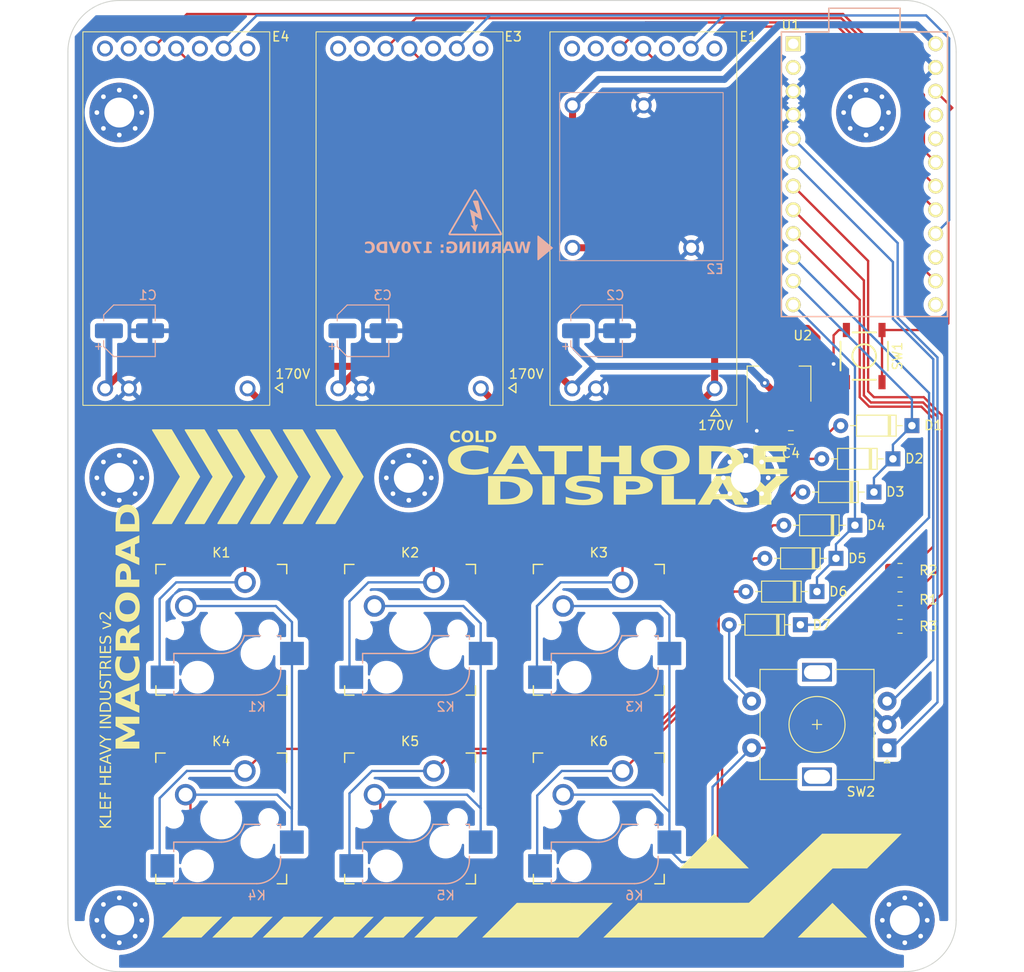
<source format=kicad_pcb>
(kicad_pcb (version 20221018) (generator pcbnew)
  (layers (0 "F.Cu" signal) (31 "B.Cu" signal) (34 "B.Paste" user) (35 "F.Paste" user) (36 "B.SilkS" user "B.Silkscreen") (37 "F.SilkS" user "F.Silkscreen") (38 "B.Mask" user) (39 "F.Mask" user) (44 "Edge.Cuts" user))
  (net 0 "")
  (net 1 "+3.3V")
  (net 2 "GND")
  (net 3 "VCC")
  (net 4 "/ROW2")
  (net 5 "Net-(D1-A)")
  (net 6 "Net-(D2-A)")
  (net 7 "Net-(D3-A)")
  (net 8 "/ROW3")
  (net 9 "Net-(D4-A)")
  (net 10 "Net-(D5-A)")
  (net 11 "Net-(D6-A)")
  (net 12 "/ROW1")
  (net 13 "Net-(D7-A)")
  (net 14 "PRI_HI")
  (net 16 "/SCK")
  (net 18 "/MOSI")
  (net 19 "/CS1")
  (net 24 "/CS2")
  (net 29 "/CS3")
  (net 32 "/COL1")
  (net 33 "/COL2")
  (net 34 "/COL3")
  (net 35 "/RST")
  (net 36 "/PAD_A")
  (net 37 "/PAD_B")
  (net 44 "Net-(K1-Pad2)")
  (net 45 "Net-(K2-Pad2)")
  (net 46 "Net-(K3-Pad2)")
  (footprint "exixe:exixe14" (layer "F.Cu") (at 92.48 68.2 180)
    (fp_text reference "E3")
    (fp_text value "~")
  )
  (footprint "keyswitches:Kailh_socket_MX_optional" (layer "F.Cu") (at 92.533 114.245)
    (fp_text reference "K5")
    (fp_text value "KEYSW")
  )
  (footprint "Diode_THT:D_DO-35_SOD27_P7.62mm_Horizontal" (layer "F.Cu") (at 134.309 93.511 180)
    (fp_text reference "D7")
    (fp_text value "1N4148" hide)
  )
  (footprint "Resistor_SMD:R_0805_2012Metric_Pad1.20x1.40mm_HandSolder" (layer "F.Cu") (at 144.977 90.729 180)
    (fp_text reference "R1")
    (fp_text value "470R")
  )
  (footprint "exixe:exixe14" (layer "F.Cu") (at 117.51 68.2 180)
    (fp_text reference "E1")
    (fp_text value "~")
  )
  (footprint "Resistor_SMD:R_0805_2012Metric_Pad1.20x1.40mm_HandSolder" (layer "F.Cu") (at 144.977 87.681 180)
    (fp_text reference "R2")
    (fp_text value "470R")
  )
  (footprint "Diode_THT:D_DO-35_SOD27_P7.62mm_Horizontal" (layer "F.Cu") (at 144.215 75.743 180)
    (fp_text reference "D2")
    (fp_text value "1N4148" hide)
  )
  (footprint "Package_TO_SOT_SMD:SOT-223-3_TabPin2" (layer "F.Cu") (at 132.023 67.717 90)
    (fp_text reference "U2")
    (fp_text value "LD1117S33TR_SOT223" hide)
  )
  (footprint "MountingHole:MountingHole_3.2mm_M3_Pad_Via" (layer "F.Cu") (at 128.467 77.775)
    (fp_text reference "REF**" hide)
    (fp_text value "MountingHole_3.2mm_M3_Pad_Via")
  )
  (footprint "MountingHole:MountingHole_3.2mm_M3_Pad_Via" (layer "F.Cu") (at 141.340056 38.659)
    (fp_text reference "REF**" hide)
    (fp_text value "MountingHole_3.2mm_M3_Pad_Via")
  )
  (footprint "exixe:exixe14" (layer "F.Cu") (at 67.52 68.2 180)
    (fp_text reference "E4")
    (fp_text value "~")
  )
  (footprint "MountingHole:MountingHole_3.2mm_M3_Pad_Via" (layer "F.Cu") (at 145.485 125.155)
    (fp_text reference "REF**" hide)
    (fp_text value "MountingHole_3.2mm_M3_Pad_Via")
  )
  (footprint "Capacitor_SMD:C_0805_2012Metric_Pad1.18x1.45mm_HandSolder" (layer "F.Cu") (at 133.293 73.457 180)
    (fp_text reference "C4")
    (fp_text value "0.1uF C" hide)
  )
  (footprint "MountingHole:MountingHole_3.2mm_M3_Pad_Via" (layer "F.Cu") (at 61.411 38.659)
    (fp_text reference "REF**" hide)
    (fp_text value "MountingHole_3.2mm_M3_Pad_Via")
  )
  (footprint "keyswitches:Kailh_socket_MX_optional" (layer "F.Cu") (at 72.319 114.245)
    (fp_text reference "K4")
    (fp_text value "KEYSW")
  )
  (footprint "keyswitches:Kailh_socket_MX_optional" (layer "F.Cu") (at 72.333 94.045)
    (fp_text reference "K1")
    (fp_text value "KEYSW")
  )
  (footprint "LOGO" (layer "F.Cu") (at 100.735 120.905 90)
    (fp_text reference "G***" hide)
    (fp_text value "LOGO" hide)
  )
  (footprint "Diode_THT:D_DO-35_SOD27_P7.62mm_Horizontal" (layer "F.Cu") (at 142.183 79.299 180)
    (fp_text reference "D3")
    (fp_text value "1N4148" hide)
  )
  (footprint "Switches:TACTILE_SWITCH_SMD_5.2MM" (layer "F.Cu") (at 141.141 64.737 -90)
    (fp_text reference "SW1")
    (fp_text value "SW_Push_Dual" hide)
  )
  (footprint "Diode_THT:D_DO-35_SOD27_P7.62mm_Horizontal" (layer "F.Cu") (at 146.247 72.187 180)
    (fp_text reference "D1")
    (fp_text value "1N4148" hide)
  )
  (footprint "MountingHole:MountingHole_3.2mm_M3_Pad_Via" (layer "F.Cu") (at 61.411 125.155)
    (fp_text reference "REF**" hide)
    (fp_text value "MountingHole_3.2mm_M3_Pad_Via")
  )
  (footprint "MountingHole:MountingHole_3.2mm_M3_Pad_Via" (layer "F.Cu") (at 92.399 77.775)
    (fp_text reference "REF**" hide)
    (fp_text value "MountingHole_3.2mm_M3_Pad_Via")
  )
  (footprint "Diode_THT:D_DO-35_SOD27_P7.62mm_Horizontal" (layer "F.Cu") (at 136.087 89.955 180)
    (fp_text reference "D6")
    (fp_text value "1N4148" hide)
  )
  (footprint "keyswitches:Kailh_socket_MX_optional" (layer "F.Cu") (at 92.533 94.045)
    (fp_text reference "K2")
    (fp_text value "KEYSW")
  )
  (footprint "MountingHole:MountingHole_3.2mm_M3_Pad_Via" (layer "F.Cu") (at 61.411 77.775)
    (fp_text reference "REF**" hide)
    (fp_text value "MountingHole_3.2mm_M3_Pad_Via")
  )
  (footprint "keyswitches:Kailh_socket_MX_optional" (layer "F.Cu") (at 112.733 114.245)
    (fp_text reference "K6")
    (fp_text value "KEYSW")
  )
  (footprint "Resistor_SMD:R_0805_2012Metric_Pad1.20x1.40mm_HandSolder" (layer "F.Cu") (at 144.977 93.679)
    (fp_text reference "R3")
    (fp_text value "470R")
  )
  (footprint "keyswitches:Kailh_socket_MX_optional" (layer "F.Cu") (at 112.733 94.045)
    (fp_text reference "K3")
    (fp_text value "KEYSW")
  )
  (footprint "Diode_THT:D_DO-35_SOD27_P7.62mm_Horizontal" (layer "F.Cu") (at 138.119 86.399 180)
    (fp_text reference "D5")
    (fp_text value "1N4148" hide)
  )
  (footprint "Diode_THT:D_DO-35_SOD27_P7.62mm_Horizontal" (layer "F.Cu") (at 140.151 82.855 180)
    (fp_text reference "D4")
    (fp_text value "1N4148" hide)
  )
  (footprint "Rotary_Encoder:RotaryEncoder_Alps_EC11E-Switch_Vertical_H20mm" (layer "F.Cu") (at 143.591 106.691 180)
    (fp_text reference "SW2")
    (fp_text value "RotaryEncoder_Switch" hide)
  )
  (footprint "promicro:ProMicro" (layer "F.Cu") (at 141.167 45.263 -90)
    (fp_text reference "U1")
    (fp_text value "ProMicro")
  )
  (footprint "Capacitor_SMD:CP_Elec_5x5.8" (layer "B.Cu") (at 62.5 62.027)
    (fp_text reference "C1")
    (fp_text value "10uf EL")
  )
  (footprint "nch8200hv:NCH8200HV" (layer "B.Cu") (at 117.545 45.517 -90)
    (fp_text reference "E2")
    (fp_text value "~")
  )
  (footprint "Capacitor_SMD:CP_Elec_5x5.8" (layer "B.Cu") (at 87.5 62.027)
    (fp_text reference "C3")
    (fp_text value "10uf EL")
  )
  (footprint "LOGO" (layer "B.Cu") (at 99.485 49.405 180)
    (fp_text reference "G***" hide)
    (fp_text value "LOGO" hide)
  )
  (footprint "Capacitor_SMD:CP_Elec_5x5.8" (layer "B.Cu") (at 112.5 62.027)
    (fp_text reference "C2")
    (fp_text value "10uf EL")
  )
  (gr_poly (pts (xy 107.735 53.155) (xy 106.235 54.405) (xy 106.235 51.905)) (stroke (width 0.15)) (fill solid) (layer "B.SilkS"))
  (gr_line (start 103.86 67.655) (end 103.11 68.155) (stroke (width 0.15)) (layer "F.SilkS"))
  (gr_poly (pts (xy 73.985 72.655) (xy 76.985 77.655) (xy 73.985 82.655) (xy 71.985 82.655) (xy 74.985 77.655) (xy 71.985 72.655)) (stroke (width 0.15)) (fill solid) (layer "F.SilkS"))
  (gr_line (start 103.86 68.655) (end 103.86 67.655) (stroke (width 0.15)) (layer "F.SilkS"))
  (gr_line (start 103.11 68.155) (end 103.86 68.655) (stroke (width 0.15)) (layer "F.SilkS"))
  (gr_poly (pts (xy 84.485 72.655) (xy 87.485 77.655) (xy 84.485 82.655) (xy 82.485 82.655) (xy 85.485 77.655) (xy 82.485 72.655)) (stroke (width 0.15)) (fill solid) (layer "F.SilkS"))
  (gr_line (start 78.11 68.155) (end 78.86 68.655) (stroke (width 0.15)) (layer "F.SilkS"))
  (gr_line (start 78.86 68.655) (end 78.86 67.655) (stroke (width 0.15)) (layer "F.SilkS"))
  (gr_line (start 124.735 71.155) (end 125.735 71.155) (stroke (width 0.15)) (layer "F.SilkS"))
  (gr_line (start 78.86 67.655) (end 78.11 68.155) (stroke (width 0.15)) (layer "F.SilkS"))
  (gr_poly (pts (xy 70.485 72.655) (xy 73.485 77.655) (xy 70.485 82.655) (xy 68.485 82.655) (xy 71.485 77.655) (xy 68.485 72.655)) (stroke (width 0.15)) (fill solid) (layer "F.SilkS"))
  (gr_line (start 125.235 70.405) (end 124.735 71.155) (stroke (width 0.15)) (layer "F.SilkS"))
  (gr_line (start 125.735 71.155) (end 125.235 70.405) (stroke (width 0.15)) (layer "F.SilkS"))
  (gr_poly (pts (xy 77.485 72.655) (xy 75.485 72.655) (xy 78.485 77.655) (xy 75.485 82.655) (xy 77.485 82.655) (xy 80.485 77.655)) (stroke (width 0.15)) (fill solid) (layer "F.SilkS"))
  (gr_poly (pts (xy 78.985 72.655) (xy 80.985 72.655) (xy 83.985 77.655) (xy 80.985 82.655) (xy 78.985 82.655) (xy 81.985 77.655)) (stroke (width 0.15)) (fill solid) (layer "F.SilkS"))
  (gr_poly (pts (xy 66.985 72.655) (xy 69.985 77.655) (xy 66.985 82.655) (xy 64.985 82.655) (xy 67.985 77.655) (xy 64.985 72.655)) (stroke (width 0.15)) (fill solid) (layer "F.SilkS"))
  (gr_line (start 150.985 32.155) (end 150.985 125.155) (stroke (width 0.1)) (layer "Edge.Cuts"))
  (gr_arc (start 61.411 130.655) (mid 57.521913 129.044087) (end 55.911 125.155) (stroke (width 0.1)) (layer "Edge.Cuts"))
  (gr_line (start 145.485 26.655) (end 61.411 26.655) (stroke (width 0.1)) (layer "Edge.Cuts"))
  (gr_arc (start 150.985 125.155) (mid 149.374087 129.044087) (end 145.485 130.655) (stroke (width 0.1)) (layer "Edge.Cuts"))
  (gr_line (start 145.485 130.655) (end 61.411 130.655) (stroke (width 0.1)) (layer "Edge.Cuts"))
  (gr_arc (start 145.485 26.655) (mid 149.374087 28.265913) (end 150.985 32.155) (stroke (width 0.1)) (layer "Edge.Cuts"))
  (gr_line (start 55.911 32.159) (end 55.911 125.155) (stroke (width 0.1)) (layer "Edge.Cuts"))
  (gr_arc (start 55.911 32.159) (mid 57.521913 28.269913) (end 61.411 26.659) (stroke (width 0.1)) (layer "Edge.Cuts"))
  (gr_text "WARNING: 170VDC" (at 105.485 53.905) (layer "B.SilkS") (effects (font (size 1.2 1.2) (thickness 0.3) bold italic) (justify left bottom mirror)))
  (gr_text "COLD" (at 96.735 74.155) (layer "F.SilkS") (effects (font (size 1.2 1.2) (thickness 0.3) bold italic) (justify left bottom)))
  (gr_text "KLEF HEAVY INDUSTRIES v2" (at 60.735 115.405 90) (layer "F.SilkS") (effects (font (size 1.2 1.2) (thickness 0.15) italic) (justify left bottom)))
  (gr_text "DISPLAY" (at 100.235 81.155) (layer "F.SilkS") (effects (font (size 3 5) (thickness 0.75) bold italic) (justify left bottom)))
  (gr_text "CATHODE" (at 96.235 77.905) (layer "F.SilkS") (effects (font (size 3 5) (thickness 0.75) bold italic) (justify left bottom)))
  (gr_text "MACROPAD" (at 63.985 107.155 90) (layer "F.SilkS") (effects (font (size 2.5 3) (thickness 0.625) bold italic) (justify left bottom)))
  (segment (start 87.223 65.837) (end 62.263 65.837) (width 0.75) (layer "F.Cu") (net 1))
  (segment (start 132.023 67.717) (end 132.023 64.567) (width 0.75) (layer "F.Cu") (net 1))
  (segment (start 131.871 68.987) (end 130.499 67.615) (width 0.75) (layer "F.Cu") (net 1))
  (segment (start 107.527 65.837) (end 87.223 65.837) (width 0.75) (layer "F.Cu") (net 1))
  (segment (start 87.223 65.837) (end 84.86 68.2) (width 0.75) (layer "F.Cu") (net 1))
  (segment (start 132.023 70.867) (end 132.023 68.987) (width 0.75) (layer "F.Cu") (net 1))
  (segment (start 109.89 68.2) (end 107.527 65.837) (width 0.75) (layer "F.Cu") (net 1))
  (segment (start 62.263 65.837) (end 59.9 68.2) (width 0.75) (layer "F.Cu") (net 1))
  (segment (start 132.023 68.987) (end 132.023 67.717) (width 0.75) (layer "F.Cu") (net 1))
  (via (at 130.499 67.615) (size 1) (drill 0.4) (layers "F.Cu" "B.Cu") (net 1))
  (segment (start 110.3 62.027) (end 110.3 63.884) (width 0.75) (layer "B.Cu") (net 1))
  (segment (start 60.3 62.027) (end 60.3 67.8) (width 0.75) (layer "B.Cu") (net 1))
  (segment (start 85.3 62.027) (end 85.3 67.76) (width 0.75) (layer "B.Cu") (net 1))
  (segment (start 60.3 67.8) (end 59.9 68.2) (width 0.75) (layer "B.Cu") (net 1))
  (segment (start 130.499 67.615) (end 128.721 65.837) (width 0.75) (layer "B.Cu") (net 1))
  (segment (start 110.3 63.884) (end 112.253 65.837) (width 0.75) (layer "B.Cu") (net 1))
  (segment (start 85.3 67.76) (end 84.86 68.2) (width 0.75) (layer "B.Cu") (net 1))
  (segment (start 128.721 65.837) (end 112.253 65.837) (width 0.75) (layer "B.Cu") (net 1))
  (segment (start 112.253 65.837) (end 109.89 68.2) (width 0.75) (layer "B.Cu") (net 1))
  (segment (start 137.865 65.583) (end 137.865 66.726) (width 0.25) (layer "F.Cu") (net 2))
  (segment (start 129.641 72.737) (end 129.641 70.949) (width 0.25) (layer "F.Cu") (net 2))
  (segment (start 129.737 72.695) (end 130.499 73.457) (width 0.25) (layer "F.Cu") (net 2))
  (segment (start 138.627 67.488) (end 139.193 67.488) (width 0.25) (layer "F.Cu") (net 2))
  (segment (start 138.435 61.943) (end 139.236 61.943) (width 0.25) (layer "F.Cu") (net 2))
  (segment (start 129.641 72.737) (end 129.723 72.681) (width 0.25) (layer "F.Cu") (net 2))
  (segment (start 130.499 73.457) (end 132.2555 73.457) (width 0.25) (layer "F.Cu") (net 2))
  (segment (start 139.193 67.488) (end 139.236 67.531) (width 0.25) (layer "F.Cu") (net 2))
  (segment (start 129.641 70.949) (end 129.723 70.867) (width 0.25) (layer "F.Cu") (net 2))
  (segment (start 137.865 62.513) (end 138.435 61.943) (width 0.25) (layer "F.Cu") (net 2))
  (segment (start 137.865 66.726) (end 138.627 67.488) (width 0.25) (layer "F.Cu") (net 2))
  (segment (start 129.723 72.681) (end 129.737 72.695) (width 0.25) (layer "F.Cu") (net 2))
  (segment (start 137.865 65.583) (end 137.865 62.513) (width 0.25) (layer "F.Cu") (net 2))
  (via (at 129.641 72.737) (size 0.8) (drill 0.4) (layers "F.Cu" "B.Cu") (net 2))
  (via (at 137.865 65.583) (size 0.8) (drill 0.4) (layers "F.Cu" "B.Cu") (net 2))
  (segment (start 136.087 66.853) (end 134.323 68.617) (width 0.75) (layer "F.Cu") (net 3))
  (segment (start 134.323 70.867) (end 134.323 72.8045) (width 0.75) (layer "F.Cu") (net 3))
  (segment (start 109.925 42.215) (end 113.481 45.771) (width 0.75) (layer "F.Cu") (net 3))
  (segment (start 113.481 45.771) (end 125.165 45.771) (width 0.75) (layer "F.Cu") (net 3))
  (segment (start 134.323 68.617) (end 134.323 70.867) (width 0.75) (layer "F.Cu") (net 3))
  (segment (start 136.087 62.789) (end 136.087 66.853) (width 0.75) (layer "F.Cu") (net 3))
  (segment (start 109.925 37.897) (end 109.925 42.215) (width 0.75) (layer "F.Cu") (net 3))
  (segment (start 135.071 61.773) (end 136.087 62.789) (width 0.75) (layer "F.Cu") (net 3))
  (segment (start 130.499 59.487) (end 132.785 61.773) (width 0.75) (layer "F.Cu") (net 3))
  (segment (start 132.785 61.773) (end 135.071 61.773) (width 0.75) (layer "F.Cu") (net 3))
  (segment (start 125.165 45.771) (end 130.499 51.105) (width 0.75) (layer "F.Cu") (net 3))
  (segment (start 130.499 51.105) (end 130.499 59.487) (width 0.75) (layer "F.Cu") (net 3))
  (segment (start 126.181 35.103) (end 112.719 35.103) (width 0.75) (layer "B.Cu") (net 3))
  (segment (start 146.755 29.261) (end 132.023 29.261) (width 0.75) (layer "B.Cu") (net 3))
  (segment (start 132.023 29.261) (end 126.181 35.103) (width 0.75) (layer "B.Cu") (net 3))
  (segment (start 148.787 31.293) (end 146.755 29.261) (width 0.75) (layer "B.Cu") (net 3))
  (segment (start 112.719 35.103) (end 109.925 37.897) (width 0.75) (layer "B.Cu") (net 3))
  (segment (start 144.215 74.219) (end 146.247 72.187) (width 0.25) (layer "B.Cu") (net 4))
  (segment (start 144.215 75.743) (end 144.215 74.219) (width 0.25) (layer "B.Cu") (net 4))
  (segment (start 146.247 72.187) (end 146.247 69.393) (width 0.25) (layer "B.Cu") (net 4))
  (segment (start 142.183 77.775) (end 144.215 75.743) (width 0.25) (layer "B.Cu") (net 4))
  (segment (start 142.183 79.299) (end 142.183 77.775) (width 0.25) (layer "B.Cu") (net 4))
  (segment (start 146.247 69.393) (end 133.547 56.693) (width 0.25) (layer "B.Cu") (net 4))
  (segment (start 78.175 81.839) (end 74.873 85.141) (width 0.25) (layer "F.Cu") (net 5))
  (segment (start 129.991 81.839) (end 78.175 81.839) (width 0.25) (layer "F.Cu") (net 5))
  (segment (start 132.531 77.775) (end 132.531 79.299) (width 0.25) (layer "F.Cu") (net 5))
  (segment (start 132.531 79.299) (end 129.991 81.839) (width 0.25) (layer "F.Cu") (net 5))
  (segment (start 138.119 72.187) (end 132.531 77.775) (width 0.25) (layer "F.Cu") (net 5))
  (segment (start 74.873 85.141) (end 74.873 88.965) (width 0.25) (layer "F.Cu") (net 5))
  (segment (start 138.627 72.187) (end 138.119 72.187) (width 0.25) (layer "F.Cu") (net 5))
  (segment (start 74.873 88.965) (end 67.507 88.965) (width 0.25) (layer "B.Cu") (net 5))
  (segment (start 65.729 98.811) (end 66.043 99.125) (width 0.25) (layer "B.Cu") (net 5))
  (segment (start 67.507 88.965) (end 65.729 90.743) (width 0.25) (layer "B.Cu") (net 5))
  (segment (start 65.729 90.743) (end 65.729 98.811) (width 0.25) (layer "B.Cu") (net 5))
  (segment (start 130.177396 82.289) (end 97.029 82.289) (width 0.25) (layer "F.Cu") (net 6))
  (segment (start 135.199396 75.743) (end 132.981 77.961396) (width 0.25) (layer "F.Cu") (net 6))
  (segment (start 132.981 79.485396) (end 130.177396 82.289) (width 0.25) (layer "F.Cu") (net 6))
  (segment (start 132.981 77.961396) (end 132.981 79.485396) (width 0.25) (layer "F.Cu") (net 6))
  (segment (start 136.595 75.743) (end 135.199396 75.743) (width 0.25) (layer "F.Cu") (net 6))
  (segment (start 97.029 82.289) (end 95.073 84.245) (width 0.25) (layer "F.Cu") (net 6))
  (segment (start 95.073 84.245) (end 95.073 88.965) (width 0.25) (layer "F.Cu") (net 6))
  (segment (start 88.081 88.965) (end 86.049 90.997) (width 0.25) (layer "B.Cu") (net 6))
  (segment (start 86.049 90.997) (end 86.049 98.931) (width 0.25) (layer "B.Cu") (net 6))
  (segment (start 95.073 88.965) (end 88.081 88.965) (width 0.25) (layer "B.Cu") (net 6))
  (segment (start 86.049 98.931) (end 86.243 99.125) (width 0.25) (layer "B.Cu") (net 6))
  (segment (start 134.563 79.299) (end 133.803792 79.299) (width 0.25) (layer "F.Cu") (net 7))
  (segment (start 115.273 84.873) (end 115.273 88.965) (width 0.25) (layer "F.Cu") (net 7))
  (segment (start 130.363792 82.739) (end 117.407 82.739) (width 0.25) (layer "F.Cu") (net 7))
  (segment (start 117.407 82.739) (end 115.273 84.873) (width 0.25) (layer "F.Cu") (net 7))
  (segment (start 133.803792 79.299) (end 130.363792 82.739) (width 0.25) (layer "F.Cu") (net 7))
  (segment (start 106.115 91.505) (end 106.115 98.797) (width 0.25) (layer "B.Cu") (net 7))
  (segment (start 108.655 88.965) (end 106.115 91.505) (width 0.25) (layer "B.Cu") (net 7))
  (segment (start 106.115 98.797) (end 106.443 99.125) (width 0.25) (layer "B.Cu") (net 7))
  (segment (start 115.273 88.965) (end 108.655 88.965) (width 0.25) (layer "B.Cu") (net 7))
  (segment (start 136.087 88.431) (end 138.119 86.399) (width 0.25) (layer "B.Cu") (net 8))
  (segment (start 140.151 65.837) (end 140.151 82.855) (width 0.25) (layer "B.Cu") (net 8))
  (segment (start 138.119 84.887) (end 140.151 82.855) (width 0.25) (layer "B.Cu") (net 8))
  (segment (start 136.087 89.955) (end 136.087 88.431) (width 0.25) (layer "B.Cu") (net 8))
  (segment (start 138.119 86.399) (end 138.119 84.887) (width 0.25) (layer "B.Cu") (net 8))
  (segment (start 133.547 59.233) (end 140.151 65.837) (width 0.25) (layer "B.Cu") (net 8))
  (segment (start 124.657 98.488604) (end 116.342604 106.803) (width 0.25) (layer "F.Cu") (net 9))
  (segment (start 77.221 106.803) (end 74.859 109.165) (width 0.25) (layer "F.Cu") (net 9))
  (segment (start 116.342604 106.803) (end 77.221 106.803) (width 0.25) (layer "F.Cu") (net 9))
  (segment (start 124.657 89.59763) (end 124.657 98.488604) (width 0.25) (layer "F.Cu") (net 9))
  (segment (start 132.531 82.855) (end 131.39963 82.855) (width 0.25) (layer "F.Cu") (net 9))
  (segment (start 131.39963 82.855) (end 124.657 89.59763) (width 0.25) (layer "F.Cu") (net 9))
  (segment (start 74.859 109.165) (end 68.643 109.165) (width 0.25) (layer "B.Cu") (net 9))
  (segment (start 65.729 119.025) (end 66.029 119.325) (width 0.25) (layer "B.Cu") (net 9))
  (segment (start 65.729 112.079) (end 65.729 119.025) (width 0.25) (layer "B.Cu") (net 9))
  (segment (start 68.643 109.165) (end 65.729 112.079) (width 0.25) (layer "B.Cu") (net 9))
  (segment (start 125.114 90.65263) (end 125.114 98.668) (width 0.25) (layer "F.Cu") (net 10))
  (segment (start 116.529 107.253) (end 96.985 107.253) (width 0.25) (layer "F.Cu") (net 10))
  (segment (start 125.114 98.668) (end 116.529 107.253) (width 0.25) (layer "F.Cu") (net 10))
  (segment (start 129.36763 86.399) (end 125.114 90.65263) (width 0.25) (layer "F.Cu") (net 10))
  (segment (start 129.36763 86.399) (end 130.499 86.399) (width 0.25) (layer "F.Cu") (net 10))
  (segment (start 96.985 107.253) (end 95.073 109.165) (width 0.25) (layer "F.Cu") (net 10))
  (segment (start 88.455 109.165) (end 86.049 111.571) (width 0.25) (layer "B.Cu") (net 10))
  (segment (start 86.049 119.131) (end 86.243 119.325) (width 0.25) (layer "B.Cu") (net 10))
  (segment (start 86.049 111.571) (end 86.049 119.131) (width 0.25) (layer "B.Cu") (net 10))
  (segment (start 95.073 109.165) (end 88.455 109.165) (width 0.25) (layer "B.Cu") (net 10))
  (segment (start 125.564 91.614) (end 125.564 98.874) (width 0.25) (layer "F.Cu") (net 11))
  (segment (start 125.564 98.874) (end 115.273 109.165) (width 0.25) (layer "F.Cu") (net 11))
  (segment (start 128.467 89.955) (end 127.223 89.955) (width 0.25) (layer "F.Cu") (net 11))
  (segment (start 127.223 89.955) (end 125.564 91.614) (width 0.25) (layer "F.Cu") (net 11))
  (segment (start 108.775 109.165) (end 106.141 111.799) (width 0.25) (layer "B.Cu") (net 11))
  (segment (start 106.141 119.023) (end 106.443 119.325) (width 0.25) (layer "B.Cu") (net 11))
  (segment (start 106.141 111.799) (end 106.141 119.023) (width 0.25) (layer "B.Cu") (net 11))
  (segment (start 108.775 109.165) (end 115.273 109.165) (width 0.25) (layer "B.Cu") (net 11))
  (segment (start 136.607 93.511) (end 134.309 93.511) (width 0.25) (layer "B.Cu") (net 12))
  (segment (start 148.083 68.689) (end 148.083 82.035) (width 0.25) (layer "B.Cu") (net 12))
  (segment (start 133.547 54.153) (end 148.083 68.689) (width 0.25) (layer "B.Cu") (net 12))
  (segment (start 148.083 82.035) (end 136.607 93.511) (width 0.25) (layer "B.Cu") (net 12))
  (segment (start 126.689 93.511) (end 126.689 99.289) (width 0.25) (layer "B.Cu") (net 13))
  (segment (start 126.689 99.289) (end 129.091 101.691) (width 0.25) (layer "B.Cu") (net 13))
  (segment (start 115.259 53.137) (end 125.13 63.008) (width 0.75) (layer "F.Cu") (net 14))
  (segment (start 77.349 70.409) (end 75.14 68.2) (width 0.75) (layer "F.Cu") (net 14))
  (segment (start 122.921 70.409) (end 102.309 70.409) (width 0.75) (layer "F.Cu") (net 14))
  (segment (start 125.13 68.2) (end 122.921 70.409) (width 0.75) (layer "F.Cu") (net 14))
  (segment (start 109.925 53.137) (end 115.259 53.137) (width 0.75) (layer "F.Cu") (net 14))
  (segment (start 125.13 63.008) (end 125.13 68.2) (width 0.75) (layer "F.Cu") (net 14))
  (segment (start 102.309 70.409) (end 77.349 70.409) (width 0.75) (layer "F.Cu") (net 14))
  (segment (start 102.309 70.409) (end 100.1 68.2) (width 0.75) (layer "F.Cu") (net 14))
  (segment (start 150.235 30.725745) (end 147.770255 28.261) (width 0.25) (layer "B.Cu") (net 16))
  (segment (start 101.079 28.261) (end 76.119 28.261) (width 0.25) (layer "B.Cu") (net 16))
  (segment (start 126.109 28.261) (end 122.57 31.8) (width 0.25) (layer "B.Cu") (net 16))
  (segment (start 150.235 50.165) (end 150.235 30.725745) (width 0.25) (layer "B.Cu") (net 16))
  (segment (start 148.787 51.613) (end 150.235 50.165) (width 0.25) (layer "B.Cu") (net 16))
  (segment (start 76.119 28.261) (end 72.58 31.8) (width 0.25) (layer "B.Cu") (net 16))
  (segment (start 147.770255 28.261) (end 126.109 28.261) (width 0.25) (layer "B.Cu") (net 16))
  (segment (start 126.109 28.261) (end 101.079 28.261) (width 0.25) (layer "B.Cu") (net 16))
  (segment (start 101.079 28.261) (end 97.54 31.8) (width 0.25) (layer "B.Cu") (net 16))
  (segment (start 146.182802 37.324802) (end 146.182802 54.088802) (width 0.25) (layer "F.Cu") (net 18))
  (segment (start 93.985 33.325) (end 94.177 33.325) (width 0.25) (layer "F.Cu") (net 18))
  (segment (start 119.015 33.325) (end 119.069 33.325) (width 0.25) (layer "F.Cu") (net 18))
  (segment (start 138.315 29.457) (end 146.182802 37.324802) (width 0.25) (layer "F.Cu") (net 18))
  (segment (start 119.069 33.325) (end 126.435 33.325) (width 0.25) (layer "F.Cu") (net 18))
  (segment (start 126.435 33.325) (end 130.303 29.457) (width 0.25) (layer "F.Cu") (net 18))
  (segment (start 117.49 31.8) (end 119.015 33.325) (width 0.25) (layer "F.Cu") (net 18))
  (segment (start 92.46 31.8) (end 93.985 33.325) (width 0.25) (layer "F.Cu") (net 18))
  (segment (start 119.069 33.325) (end 94.177 33.325) (width 0.25) (layer "F.Cu") (net 18))
  (segment (start 146.182802 54.088802) (end 148.787 56.693) (width 0.25) (layer "F.Cu") (net 18))
  (segment (start 94.177 33.325) (end 69.025 33.325) (width 0.25) (layer "F.Cu") (net 18))
  (segment (start 130.303 29.457) (end 138.315 29.457) (width 0.25) (layer "F.Cu") (net 18))
  (segment (start 69.025 33.325) (end 67.5 31.8) (width 0.25) (layer "F.Cu") (net 18))
  (segment (start 68.653 28.107) (end 138.874188 28.107) (width 0.25) (layer "F.Cu") (net 19))
  (segment (start 147.532802 36.765614) (end 147.532802 42.738802) (width 0.25) (layer "F.Cu") (net 19))
  (segment (start 147.532802 42.738802) (end 148.787 43.993) (width 0.25) (layer "F.Cu") (net 19))
  (segment (start 64.96 31.8) (end 68.653 28.107) (width 0.25) (layer "F.Cu") (net 19))
  (segment (start 138.874188 28.107) (end 147.532802 36.765614) (width 0.25) (layer "F.Cu") (net 19))
  (segment (start 93.163 28.557) (end 138.687792 28.557) (width 0.25) (layer "F.Cu") (net 24))
  (segment (start 138.687792 28.557) (end 147.082802 36.95201) (width 0.25) (layer "F.Cu") (net 24))
  (segment (start 147.082802 44.828802) (end 148.787 46.533) (width 0.25) (layer "F.Cu") (net 24))
  (segment (start 147.082802 36.95201) (end 147.082802 44.828802) (width 0.25) (layer "F.Cu") (net 24))
  (segment (start 89.92 31.8) (end 93.163 28.557) (width 0.25) (layer "F.Cu") (net 24))
  (segment (start 114.95 31.8) (end 117.743 29.007) (width 0.25) (layer "F.Cu") (net 29))
  (segment (start 146.632802 46.918802) (end 148.787 49.073) (width 0.25) (layer "F.Cu") (net 29))
  (segment (start 117.743 29.007) (end 138.501396 29.007) (width 0.25) (layer "F.Cu") (net 29))
  (segment (start 146.632802 37.138406) (end 146.632802 46.918802) (width 0.25) (layer "F.Cu") (net 29))
  (segment (start 138.501396 29.007) (end 146.632802 37.138406) (width 0.25) (layer "F.Cu") (net 29))
  (segment (start 147.449396 69.705) (end 141.861396 69.705) (width 0.25) (layer "F.Cu") (net 32))
  (segment (start 141.109 56.635) (end 133.547 49.073) (width 0.25) (layer "F.Cu") (net 32))
  (segment (start 148.983 87.723) (end 148.983 71.238604) (width 0.25) (layer "F.Cu") (net 32))
  (segment (start 141.109 68.952604) (end 141.109 56.635) (width 0.25) (layer "F.Cu") (net 32))
  (segment (start 148.983 71.238604) (end 147.449396 69.705) (width 0.25) (layer "F.Cu") (net 32))
  (segment (start 145.977 90.729) (end 148.983 87.723) (width 0.25) (layer "F.Cu") (net 32))
  (segment (start 141.861396 69.705) (end 141.109 68.952604) (width 0.25) (layer "F.Cu") (net 32))
  (segment (start 145.977 87.681) (end 148.533 85.125) (width 0.25) (layer "F.Cu") (net 33))
  (segment (start 148.533 71.425) (end 147.263 70.155) (width 0.25) (layer "F.Cu") (net 33))
  (segment (start 148.533 85.125) (end 148.533 71.425) (width 0.25) (layer "F.Cu") (net 33))
  (segment (start 147.263 70.155) (end 141.675 70.155) (width 0.25) (layer "F.Cu") (net 33))
  (segment (start 140.659 58.725) (end 133.547 51.613) (width 0.25) (layer "F.Cu") (net 33))
  (segment (start 140.659 69.139) (end 140.659 58.725) (width 0.25) (layer "F.Cu") (net 33))
  (segment (start 141.675 70.155) (end 140.659 69.139) (width 0.25) (layer "F.Cu") (net 33))
  (segment (start 141.559 68.515) (end 141.559 54.545) (width 0.25) (layer "F.Cu") (net 34))
  (segment (start 149.433 90.223) (end 149.433 71.052208) (width 0.25) (layer "F.Cu") (net 34))
  (segment (start 142.183 69.139) (end 141.559 68.515) (width 0.25) (layer "F.Cu") (net 34))
  (segment (start 149.433 71.052208) (end 147.519792 69.139) (width 0.25) (layer "F.Cu") (net 34))
  (segment (start 147.519792 69.139) (end 142.183 69.139) (width 0.25) (layer "F.Cu") (net 34))
  (segment (start 141.559 54.545) (end 133.547 46.533) (width 0.25) (layer "F.Cu") (net 34))
  (segment (start 145.977 93.679) (end 149.433 90.223) (width 0.25) (layer "F.Cu") (net 34))
  (segment (start 143.046 67.531) (end 143.046 61.943) (width 0.25) (layer "F.Cu") (net 35))
  (segment (start 149.435 61.943) (end 143.046 61.943) (width 0.25) (layer "F.Cu") (net 35))
  (segment (start 150.565 38.151) (end 150.141 38.575) (width 0.25) (layer "F.Cu") (net 35))
  (segment (start 148.787 36.373) (end 150.565 38.151) (width 0.25) (layer "F.Cu") (net 35))
  (segment (start 150.141 38.575) (end 150.141 61.237) (width 0.25) (layer "F.Cu") (net 35))
  (segment (start 150.141 61.237) (end 149.435 61.943) (width 0.25) (layer "F.Cu") (net 35))
  (segment (start 148.983 101.807) (end 143.591 107.199) (width 0.25) (layer "B.Cu") (net 36))
  (segment (start 133.547 41.453) (end 144.723 52.629) (width 0.25) (layer "B.Cu") (net 36))
  (segment (start 148.983 64.888604) (end 148.983 101.807) (width 0.25) (layer "B.Cu") (net 36))
  (segment (start 144.723 60.628604) (end 148.983 64.888604) (width 0.25) (layer "B.Cu") (net 36))
  (segment (start 144.723 52.629) (end 144.723 60.628604) (width 0.25) (layer "B.Cu") (net 36))
  (segment (start 148.533 97.257) (end 143.591 102.199) (width 0.25) (layer "B.Cu") (net 37))
  (segment (start 144.215 54.661) (end 144.215 60.757) (width 0.25) (layer "B.Cu") (net 37))
  (segment (start 133.547 43.993) (end 144.215 54.661) (width 0.25) (layer "B.Cu") (net 37))
  (segment (start 144.215 60.757) (end 148.533 65.075) (width 0.25) (layer "B.Cu") (net 37))
  (segment (start 148.533 65.075) (end 148.533 97.257) (width 0.25) (layer "B.Cu") (net 37))
  (segment (start 120.637 122.689) (end 76.593 122.689) (width 0.25) (layer "F.Cu") (net 44))
  (segment (start 125.927 106.731) (end 125.927 117.399) (width 0.25) (layer "F.Cu") (net 44))
  (segment (start 76.593 122.689) (end 69.031 115.127) (width 0.25) (layer "F.Cu") (net 44))
  (segment (start 128.213 104.445) (end 125.927 106.731) (width 0.25) (layer "F.Cu") (net 44))
  (segment (start 143.977 90.729) (end 139.135 95.571) (width 0.25) (layer "F.Cu") (net 44))
  (segment (start 68.509 111.811) (end 69.031 112.333) (width 0.25) (layer "F.Cu") (net 44))
  (segment (start 69.031 115.127) (end 69.031 112.227) (width 0.25) (layer "F.Cu") (net 44))
  (segment (start 139.135 102.284604) (end 136.974604 104.445) (width 0.25) (layer "F.Cu") (net 44))
  (segment (start 125.927 117.399) (end 120.637 122.689) (width 0.25) (layer "F.Cu") (net 44))
  (segment (start 69.031 112.227) (end 68.509 111.705) (width 0.25) (layer "F.Cu") (net 44))
  (segment (start 136.974604 104.445) (end 128.213 104.445) (width 0.25) (layer "F.Cu") (net 44))
  (segment (start 139.135 95.571) (end 139.135 102.284604) (width 0.25) (layer "F.Cu") (net 44))
  (segment (start 79.879 113.275) (end 79.893 113.261) (width 0.25) (layer "B.Cu") (net 44))
  (segment (start 79.893 113.261) (end 79.893 96.585) (width 0.25) (layer "B.Cu") (net 44))
  (segment (start 78.175 91.505) (end 79.893 93.223) (width 0.25) (layer "B.Cu") (net 44))
  (segment (start 79.893 93.223) (end 79.893 96.585) (width 0.25) (layer "B.Cu") (net 44))
  (segment (start 79.879 113.275) (end 79.879 113.603) (width 0.25) (layer "B.Cu") (net 44))
  (segment (start 79.879 113.603) (end 79.879 116.785) (width 0.25) (layer "B.Cu") (net 44))
  (segment (start 68.509 111.705) (end 78.309 111.705) (width 0.25) (layer "B.Cu") (net 44))
  (segment (start 68.523 91.505) (end 78.175 91.505) (width 0.25) (layer "B.Cu") (net 44))
  (segment (start 78.309 111.705) (end 79.879 113.275) (width 0.25) (layer "B.Cu") (net 44))
  (segment (start 138.685 92.973) (end 143.977 87.681) (width 0.25) (layer "F.Cu") (net 45))
  (segment (start 125.477 106.544604) (end 128.026604 103.995) (width 0.25) (layer "F.Cu") (net 45))
  (segment (start 96.463 122.239) (end 120.450604 122.239) (width 0.25) (layer "F.Cu") (net 45))
  (segment (start 138.685 102.098208) (end 138.685 92.973) (width 0.25) (layer "F.Cu") (net 45))
  (segment (start 89.351 112.333) (end 89.351 115.127) (width 0.25) (layer "F.Cu") (net 45))
  (segment (start 128.026604 103.995) (end 136.788208 103.995) (width 0.25) (layer "F.Cu") (net 45))
  (segment (start 88.723 111.705) (end 89.351 112.333) (width 0.25) (layer "F.Cu") (net 45))
  (segment (start 125.477 117.212604) (end 125.477 106.544604) (width 0.25) (layer "F.Cu") (net 45))
  (segment (start 120.450604 122.239) (end 125.477 117.212604) (width 0.25) (layer "F.Cu") (net 45))
  (segment (start 89.351 115.127) (end 96.463 122.239) (width 0.25) (layer "F.Cu") (net 45))
  (segment (start 136.788208 103.995) (end 138.685 102.098208) (width 0.25) (layer "F.Cu") (net 45))
  (segment (start 100.093 113.169) (end 100.093 116.785) (width 0.25) (layer "B.Cu") (net 45))
  (segment (start 88.723 91.505) (end 98.241 91.505) (width 0.25) (layer "B.Cu") (net 45))
  (segment (start 88.723 111.705) (end 98.629 111.705) (width 0.25) (layer "B.Cu") (net 45))
  (segment (start 100.093 96.585) (end 100.093 113.169) (width 0.25) (layer "B.Cu") (net 45))
  (segment (start 98.241 91.505) (end 100.093 93.357) (width 0.25) (layer "B.Cu") (net 45))
  (segment (start 98.629 111.705) (end 100.093 113.169) (width 0.25) (layer "B.Cu") (net 45))
  (segment (start 100.093 93.357) (end 100.093 96.585) (width 0.25) (layer "B.Cu") (net 45))
  (segment (start 135.365 106.691) (end 139.643 102.413) (width 0.25) (layer "F.Cu") (net 46))
  (segment (start 139.643 98.013) (end 139.643 102.413) (width 0.25) (layer "F.Cu") (net 46))
  (segment (start 143.977 93.679) (end 139.643 98.013) (width 0.25) (layer "F.Cu") (net 46))
  (segment (start 129.091 106.691) (end 135.365 106.691) (width 0.25) (layer "F.Cu") (net 46))
  (segment (start 124.911 117.145) (end 124.911 110.871) (width 0.25) (layer "B.Cu") (net 46))
  (segment (start 124.911 110.871) (end 129.091 106.691) (width 0.25) (layer "B.Cu") (net 46))
  (segment (start 120.293 96.585) (end 120.293 113.557) (width 0.25) (layer "B.Cu") (net 46))
  (segment (start 120.293 92.475) (end 120.293 96.585) (width 0.25) (layer "B.Cu") (net 46))
  (segment (start 118.441 111.705) (end 120.293 113.557) (width 0.25) (layer "B.Cu") (net 46))
  (segment (start 108.923 111.705) (end 118.441 111.705) (width 0.25) (layer "B.Cu") (net 46))
  (segment (start 108.923 91.505) (end 119.323 91.505) (width 0.25) (layer "B.Cu") (net 46))
  (segment (start 121.595 118.923) (end 123.133 118.923) (width 0.25) (layer "B.Cu") (net 46))
  (segment (start 120.293 116.785) (end 120.293 117.621) (width 0.25) (layer "B.Cu") (net 46))
  (segment (start 119.323 91.505) (end 120.293 92.475) (width 0.25) (layer "B.Cu") (net 46))
  (segment (start 120.293 117.621) (end 121.595 118.923) (width 0.25) (layer "B.Cu") (net 46))
  (segment (start 120.293 113.557) (end 120.293 116.785) (width 0.25) (layer "B.Cu") (net 46))
  (segment (start 124.911 117.145) (end 123.133 118.923) (width 0.25) (layer "B.Cu") (net 46))
  (zone (net 2) (net_name "GND") (layer "B.Cu") (priority 1) (connect_pads (clearance 0.5)) (min_thickness 0.25) (fill yes (thermal_gap 0.5) (thermal_bridge_width 0.5))
    (polygon (pts (xy 145.391 125.237) (xy 145.391 130.237) (xy 61.391 130.237) (xy 61.391 125.237) (xy 56.641 125.237) (xy 56.641 30.487) (xy 58.891 28.237) (xy 147.891 28.237) (xy 150.141 30.487) (xy 150.141 125.237)))
  )
)
</source>
